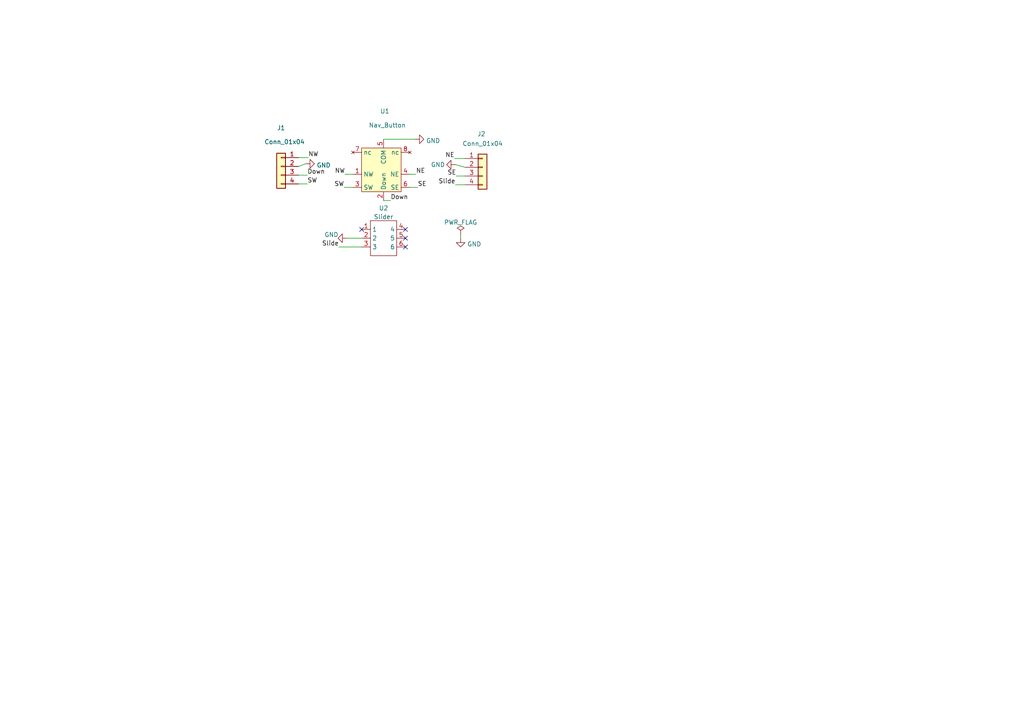
<source format=kicad_sch>
(kicad_sch (version 20211123) (generator eeschema)
  (paper "A4")
  (title_block (title "Pico Navigation Button") (date "2024-04-02") (rev "0.1") (company "Bernhard Bablok") (comment 1 "https://github.com/bablokb/pcb-pico-nav-button"))
  (lib_symbols
    (symbol "Connector_Generic:Conn_01x04" (pin_names (offset 1.016) hide)
      (property "Reference" "J" (at 0 5.08 0))
      (property "Value" "Conn_01x04" (at 0 -7.62 0))
      (symbol "Conn_01x04_1_1"
        (rectangle (start -1.27 -4.953) (end 0 -5.207) (stroke (width 0.1524)))
        (rectangle (start -1.27 -2.413) (end 0 -2.667) (stroke (width 0.1524)))
        (rectangle (start -1.27 0.127) (end 0 -0.127) (stroke (width 0.1524)))
        (rectangle (start -1.27 2.667) (end 0 2.413) (stroke (width 0.1524)))
        (rectangle (start -1.27 3.81) (end 1.27 -6.35) (stroke (width 0.254)) (fill (type background)))
        (pin passive line (at -5.08 2.54 0) (length 3.81) (name "Pin_1") (number "1"))
        (pin passive line (at -5.08 0 0) (length 3.81) (name "Pin_2") (number "2"))
        (pin passive line (at -5.08 -2.54 0) (length 3.81) (name "Pin_3") (number "3"))
        (pin passive line (at -5.08 -5.08 0) (length 3.81) (name "Pin_4") (number "4"))
      )
    )
    (symbol "power:GND" (power) (pin_names (offset 0))
      (property "Value" "GND" (at 0 -3.81 0))
      (symbol "GND_0_1"
        (polyline (pts (xy 0 0) (xy 0 -1.27) (xy 1.27 -1.27) (xy 0 -2.54) (xy -1.27 -1.27) (xy 0 -1.27)))
      )
      (symbol "GND_1_1"
        (pin power_in line (at 0 0 270) (length 0) hide (name "GND") (number "1"))
      )
    )
    (symbol "power:PWR_FLAG" (power) (pin_numbers hide) (pin_names (offset 0) hide)
      (property "Value" "PWR_FLAG" (at 0 3.81 0))
      (symbol "PWR_FLAG_0_0"
        (pin power_out line (at 0 0 90) (length 0) (name "pwr") (number "1"))
      )
      (symbol "PWR_FLAG_0_1"
        (polyline (pts (xy 0 0) (xy 0 1.27) (xy -1.016 1.905) (xy 0 2.54) (xy 1.016 1.905) (xy 0 1.27)))
      )
    )
    (symbol "user:Nav_Button"
      (property "Reference" "U" (at 3.81 6.35 0))
      (property "Value" "Nav_Button" (at 0 -19.05 0))
      (symbol "Nav_Button_0_0"
        (pin passive line (at -8.89 -3.81 0) (length 2.54) (name "NW") (number "1"))
        (pin passive line (at 0 -11.43 90) (length 2.54) (name "Down") (number "2"))
        (pin passive line (at -8.89 -7.62 0) (length 2.54) (name "SW") (number "3"))
        (pin passive line (at 7.62 -3.81 180) (length 2.54) (name "NE") (number "4"))
        (pin passive line (at 0 6.35 270) (length 2.54) (name "COM") (number "5"))
        (pin passive line (at 7.62 -7.62 180) (length 2.54) (name "SE") (number "6"))
        (pin no_connect line (at -8.89 2.54 0) (length 2.54) (name "nc") (number "7"))
        (pin no_connect line (at 7.62 2.54 180) (length 2.54) (name "nc") (number "8"))
      )
      (symbol "Nav_Button_0_1"
        (rectangle (start -6.35 3.81) (end 5.08 -8.89) (stroke (width 0.1524)) (fill (type background)))
      )
    )
    (symbol "user:Slider"
      (property "Reference" "U" (at 0 7.62 0))
      (property "Value" "Slider" (at 0 -7.62 0))
      (symbol "Slider_0_0"
        (pin passive line (at -6.35 2.54 0) (length 2.54) (name "1") (number "1"))
        (pin passive line (at -6.35 0 0) (length 2.54) (name "2") (number "2"))
        (pin passive line (at -6.35 -2.54 0) (length 2.54) (name "3") (number "3"))
        (pin passive line (at 6.35 2.54 180) (length 2.54) (name "4") (number "4"))
        (pin passive line (at 6.35 0 180) (length 2.54) (name "5") (number "5"))
        (pin passive line (at 6.35 -2.54 180) (length 2.54) (name "6") (number "6"))
      )
      (symbol "Slider_0_1"
        (rectangle (start -3.81 5.08) (end 3.81 -5.08) (stroke (width 0.1524)))
      )
    )
  )
  (no_connect (at 117.602 66.548))
  (no_connect (at 117.602 71.628))
  (no_connect (at 117.602 69.088))
  (no_connect (at 104.902 66.548))
  (wire (pts (xy 131.826 45.974) (xy 134.874 45.974)))
  (wire (pts (xy 89.154 50.8) (xy 86.614 50.8)))
  (wire (pts (xy 100.076 50.546) (xy 102.362 50.546)))
  (wire (pts (xy 132.334 51.054) (xy 134.874 51.054)))
  (wire (pts (xy 89.408 45.72) (xy 86.614 45.72)))
  (wire (pts (xy 132.08 53.594) (xy 134.874 53.594)))
  (wire (pts (xy 111.252 40.386) (xy 120.396 40.386)))
  (wire (pts (xy 133.604 69.088) (xy 133.604 68.072)))
  (wire (pts (xy 89.154 53.34) (xy 86.614 53.34)))
  (wire (pts (xy 121.158 54.356) (xy 118.872 54.356)))
  (wire (pts (xy 99.822 54.356) (xy 102.362 54.356)))
  (wire (pts (xy 88.646 47.498) (xy 86.614 48.26)))
  (wire (pts (xy 100.584 69.088) (xy 104.902 69.088)))
  (wire (pts (xy 113.284 58.166) (xy 111.252 58.166)))
  (wire (pts (xy 98.298 71.628) (xy 104.902 71.628)))
  (wire (pts (xy 132.08 47.752) (xy 134.874 48.514)))
  (wire (pts (xy 120.65 50.546) (xy 118.872 50.546)))
  (label "SW" (at 99.822 54.356 180))
  (label "NE" (at 120.65 50.546 0))
  (label "NW" (at 89.408 45.72 0))
  (label "SE" (at 121.158 54.356 0))
  (label "NE" (at 131.826 45.974 180))
  (label "Slide" (at 98.298 71.628 180))
  (label "NW" (at 100.076 50.546 180))
  (label "SW" (at 89.154 53.34 0))
  (label "Down" (at 89.154 50.8 0))
  (label "Slide" (at 132.08 53.594 180))
  (label "SE" (at 132.334 51.054 180))
  (label "Down" (at 113.284 58.166 0))
  (symbol (lib_id "power:GND") (at 133.604 69.088 0) (unit 1)
    (property "Reference" "#PWR0102" (effects hide))
    (property "Value" "GND" (at 135.509 70.7918 0) (effects (justify left)))
  )
  (symbol (lib_id "power:PWR_FLAG") (at 133.604 68.072 0) (unit 1)
    (property "Reference" "#FLG0101" (effects hide))
    (property "Value" "PWR_FLAG" (at 133.604 64.4962 0))
  )
  (symbol (lib_id "Connector_Generic:Conn_01x04") (at 81.534 48.26 0) (mirror y) (unit 1)
    (property "Reference" "J1" (at 81.534 37.084 0))
    (property "Value" "Conn_01x04" (at 82.55 41.148 0))
    (property "Footprint" "Connector_PinSocket_2.54mm:PinSocket_1x04_P2.54mm_Vertical" (effects hide))
  )
  (symbol (lib_id "user:Nav_Button") (at 111.252 46.736 0) (unit 1)
    (property "Reference" "U1" (at 110.236 32.258 0) (effects (justify left)))
    (property "Value" "Nav_Button" (at 106.934 36.322 0) (effects (justify left)))
    (property "Footprint" "user:Nav_Button_5x" (effects hide))
    (property "LCSC" "C145898" (effects hide))
  )
  (symbol (lib_id "power:GND") (at 100.584 69.088 270) (unit 1)
    (property "Reference" "#PWR01" (effects hide))
    (property "Value" "GND" (at 98.171 68.072 90) (effects (justify right)))
  )
  (symbol (lib_id "user:Slider") (at 111.252 69.088 0) (unit 1)
    (property "Reference" "U2" (at 111.252 60.359 0))
    (property "Value" "Slider" (at 111.252 62.8959 0))
    (property "Footprint" "user:Slider" (effects hide))
    (property "LCSC" "C381098" (effects hide))
  )
  (symbol (lib_id "power:GND") (at 120.396 40.386 90) (unit 1)
    (property "Reference" "#PWR0101" (effects hide))
    (property "Value" "GND" (at 123.571 40.8198 90) (effects (justify right)))
  )
  (symbol (lib_id "power:GND") (at 88.646 47.498 90) (unit 1)
    (property "Reference" "#PWR0103" (effects hide))
    (property "Value" "GND" (at 91.821 47.9318 90) (effects (justify right)))
  )
  (symbol (lib_id "power:GND") (at 132.08 47.752 270) (unit 1)
    (property "Reference" "#PWR0104" (effects hide))
    (property "Value" "GND" (at 124.968 47.752 90) (effects (justify left)))
  )
  (symbol (lib_id "Connector_Generic:Conn_01x04") (at 139.954 48.514 0) (unit 1)
    (property "Reference" "J2" (at 138.43 38.862 0) (effects (justify left)))
    (property "Value" "Conn_01x04" (at 134.112 41.656 0) (effects (justify left)))
    (property "Footprint" "Connector_PinSocket_2.54mm:PinSocket_1x04_P2.54mm_Vertical" (effects hide))
  )
)
</source>
